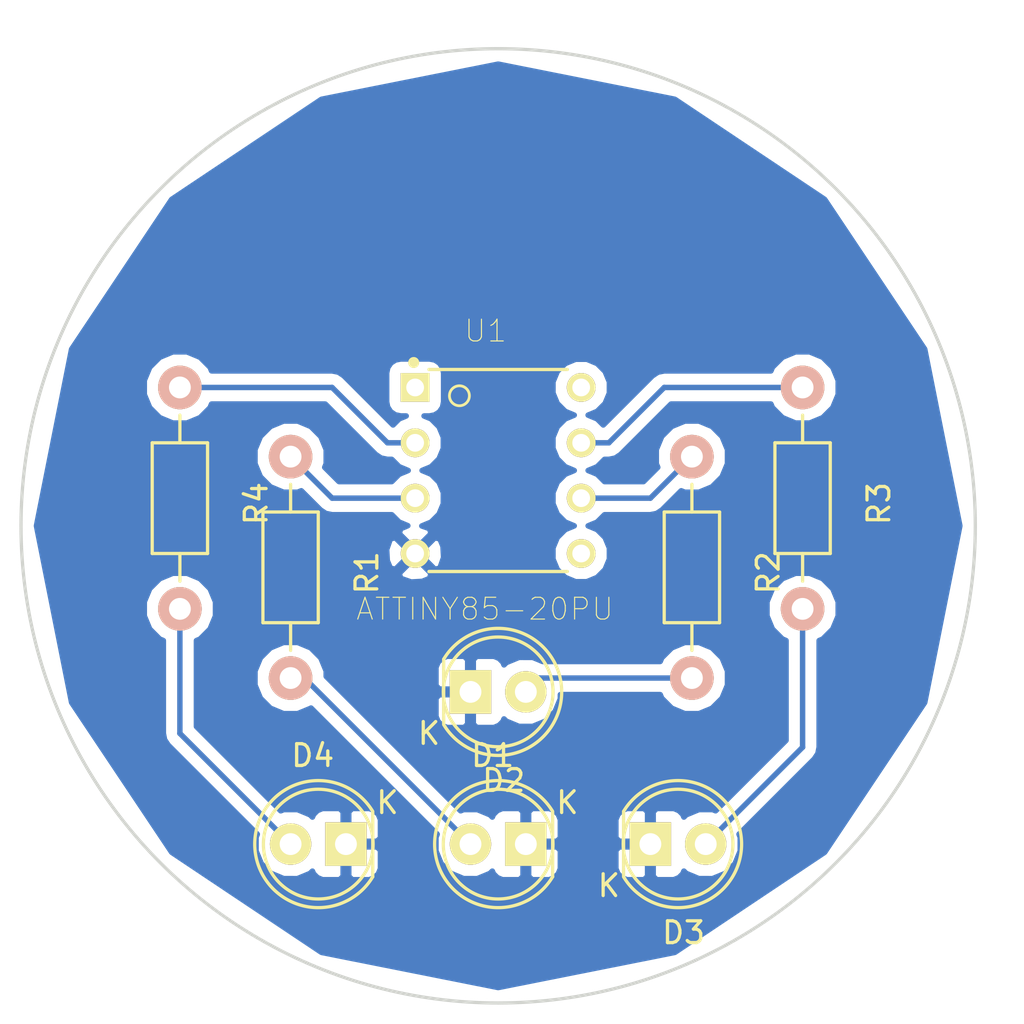
<source format=kicad_pcb>
(kicad_pcb (version 4) (host pcbnew 4.0.4+e1-6308~48~ubuntu15.10.1-stable)

  (general
    (links 12)
    (no_connects 0)
    (area 0 0 0 0)
    (thickness 1.6)
    (drawings 1)
    (tracks 18)
    (zones 0)
    (modules 9)
    (nets 13)
  )

  (page A4)
  (layers
    (0 F.Cu signal)
    (31 B.Cu signal)
    (32 B.Adhes user)
    (33 F.Adhes user)
    (34 B.Paste user)
    (35 F.Paste user)
    (36 B.SilkS user)
    (37 F.SilkS user)
    (38 B.Mask user)
    (39 F.Mask user)
    (40 Dwgs.User user)
    (41 Cmts.User user)
    (42 Eco1.User user)
    (43 Eco2.User user)
    (44 Edge.Cuts user)
    (45 Margin user)
    (46 B.CrtYd user)
    (47 F.CrtYd user)
    (48 B.Fab user)
    (49 F.Fab user)
  )

  (setup
    (last_trace_width 0.25)
    (trace_clearance 0.2)
    (zone_clearance 0.508)
    (zone_45_only yes)
    (trace_min 0.2)
    (segment_width 0.2)
    (edge_width 0.15)
    (via_size 0.6)
    (via_drill 0.4)
    (via_min_size 0.4)
    (via_min_drill 0.3)
    (uvia_size 0.3)
    (uvia_drill 0.1)
    (uvias_allowed no)
    (uvia_min_size 0.2)
    (uvia_min_drill 0.1)
    (pcb_text_width 0.3)
    (pcb_text_size 1.5 1.5)
    (mod_edge_width 0.15)
    (mod_text_size 1 1)
    (mod_text_width 0.15)
    (pad_size 1.524 1.524)
    (pad_drill 0.762)
    (pad_to_mask_clearance 0.2)
    (aux_axis_origin 0 0)
    (visible_elements FFFFFF7F)
    (pcbplotparams
      (layerselection 0x00030_80000001)
      (usegerberextensions false)
      (excludeedgelayer true)
      (linewidth 0.100000)
      (plotframeref false)
      (viasonmask false)
      (mode 1)
      (useauxorigin false)
      (hpglpennumber 1)
      (hpglpenspeed 20)
      (hpglpendiameter 15)
      (hpglpenoverlay 2)
      (psnegative false)
      (psa4output false)
      (plotreference true)
      (plotvalue true)
      (plotinvisibletext false)
      (padsonsilk false)
      (subtractmaskfromsilk false)
      (outputformat 1)
      (mirror false)
      (drillshape 1)
      (scaleselection 1)
      (outputdirectory ""))
  )

  (net 0 "")
  (net 1 GND)
  (net 2 "Net-(D1-Pad2)")
  (net 3 "Net-(D2-Pad2)")
  (net 4 "Net-(D3-Pad2)")
  (net 5 "Net-(D4-Pad2)")
  (net 6 "Net-(R1-Pad1)")
  (net 7 "Net-(R2-Pad1)")
  (net 8 "Net-(R3-Pad1)")
  (net 9 "Net-(R4-Pad1)")
  (net 10 VCC)
  (net 11 "Net-(U1-Pad1)")
  (net 12 "Net-(U1-Pad5)")

  (net_class Default "This is the default net class."
    (clearance 0.2)
    (trace_width 0.25)
    (via_dia 0.6)
    (via_drill 0.4)
    (uvia_dia 0.3)
    (uvia_drill 0.1)
    (add_net GND)
    (add_net "Net-(D1-Pad2)")
    (add_net "Net-(D2-Pad2)")
    (add_net "Net-(D3-Pad2)")
    (add_net "Net-(D4-Pad2)")
    (add_net "Net-(R1-Pad1)")
    (add_net "Net-(R2-Pad1)")
    (add_net "Net-(R3-Pad1)")
    (add_net "Net-(R4-Pad1)")
    (add_net "Net-(U1-Pad1)")
    (add_net "Net-(U1-Pad5)")
    (add_net VCC)
  )

  (module LEDs:LED-5MM (layer F.Cu) (tedit 5570F7EA) (tstamp 57F03148)
    (at 201.295 117.475 180)
    (descr "LED 5mm round vertical")
    (tags "LED 5mm round vertical")
    (path /57F02F3E)
    (fp_text reference D1 (at 1.524 4.064 180) (layer F.SilkS)
      (effects (font (size 1 1) (thickness 0.15)))
    )
    (fp_text value LED (at 1.524 -3.937 180) (layer F.Fab)
      (effects (font (size 1 1) (thickness 0.15)))
    )
    (fp_line (start -1.5 -1.55) (end -1.5 1.55) (layer F.CrtYd) (width 0.05))
    (fp_arc (start 1.3 0) (end -1.5 1.55) (angle -302) (layer F.CrtYd) (width 0.05))
    (fp_arc (start 1.27 0) (end -1.23 -1.5) (angle 297.5) (layer F.SilkS) (width 0.15))
    (fp_line (start -1.23 1.5) (end -1.23 -1.5) (layer F.SilkS) (width 0.15))
    (fp_circle (center 1.27 0) (end 0.97 -2.5) (layer F.SilkS) (width 0.15))
    (fp_text user K (at -1.905 1.905 180) (layer F.SilkS)
      (effects (font (size 1 1) (thickness 0.15)))
    )
    (pad 1 thru_hole rect (at 0 0 270) (size 2 1.9) (drill 1.00076) (layers *.Cu *.Mask F.SilkS)
      (net 1 GND))
    (pad 2 thru_hole circle (at 2.54 0 180) (size 1.9 1.9) (drill 1.00076) (layers *.Cu *.Mask F.SilkS)
      (net 2 "Net-(D1-Pad2)"))
    (model LEDs.3dshapes/LED-5MM.wrl
      (at (xyz 0.05 0 0))
      (scale (xyz 1 1 1))
      (rotate (xyz 0 0 90))
    )
  )

  (module LEDs:LED-5MM (layer F.Cu) (tedit 5570F7EA) (tstamp 57F03154)
    (at 198.755 110.49)
    (descr "LED 5mm round vertical")
    (tags "LED 5mm round vertical")
    (path /57F03983)
    (fp_text reference D2 (at 1.524 4.064) (layer F.SilkS)
      (effects (font (size 1 1) (thickness 0.15)))
    )
    (fp_text value LED (at 1.524 -3.937) (layer F.Fab)
      (effects (font (size 1 1) (thickness 0.15)))
    )
    (fp_line (start -1.5 -1.55) (end -1.5 1.55) (layer F.CrtYd) (width 0.05))
    (fp_arc (start 1.3 0) (end -1.5 1.55) (angle -302) (layer F.CrtYd) (width 0.05))
    (fp_arc (start 1.27 0) (end -1.23 -1.5) (angle 297.5) (layer F.SilkS) (width 0.15))
    (fp_line (start -1.23 1.5) (end -1.23 -1.5) (layer F.SilkS) (width 0.15))
    (fp_circle (center 1.27 0) (end 0.97 -2.5) (layer F.SilkS) (width 0.15))
    (fp_text user K (at -1.905 1.905) (layer F.SilkS)
      (effects (font (size 1 1) (thickness 0.15)))
    )
    (pad 1 thru_hole rect (at 0 0 90) (size 2 1.9) (drill 1.00076) (layers *.Cu *.Mask F.SilkS)
      (net 1 GND))
    (pad 2 thru_hole circle (at 2.54 0) (size 1.9 1.9) (drill 1.00076) (layers *.Cu *.Mask F.SilkS)
      (net 3 "Net-(D2-Pad2)"))
    (model LEDs.3dshapes/LED-5MM.wrl
      (at (xyz 0.05 0 0))
      (scale (xyz 1 1 1))
      (rotate (xyz 0 0 90))
    )
  )

  (module LEDs:LED-5MM (layer F.Cu) (tedit 5570F7EA) (tstamp 57F03160)
    (at 207.01 117.475)
    (descr "LED 5mm round vertical")
    (tags "LED 5mm round vertical")
    (path /57F039C9)
    (fp_text reference D3 (at 1.524 4.064) (layer F.SilkS)
      (effects (font (size 1 1) (thickness 0.15)))
    )
    (fp_text value LED (at 1.524 -3.937) (layer F.Fab)
      (effects (font (size 1 1) (thickness 0.15)))
    )
    (fp_line (start -1.5 -1.55) (end -1.5 1.55) (layer F.CrtYd) (width 0.05))
    (fp_arc (start 1.3 0) (end -1.5 1.55) (angle -302) (layer F.CrtYd) (width 0.05))
    (fp_arc (start 1.27 0) (end -1.23 -1.5) (angle 297.5) (layer F.SilkS) (width 0.15))
    (fp_line (start -1.23 1.5) (end -1.23 -1.5) (layer F.SilkS) (width 0.15))
    (fp_circle (center 1.27 0) (end 0.97 -2.5) (layer F.SilkS) (width 0.15))
    (fp_text user K (at -1.905 1.905) (layer F.SilkS)
      (effects (font (size 1 1) (thickness 0.15)))
    )
    (pad 1 thru_hole rect (at 0 0 90) (size 2 1.9) (drill 1.00076) (layers *.Cu *.Mask F.SilkS)
      (net 1 GND))
    (pad 2 thru_hole circle (at 2.54 0) (size 1.9 1.9) (drill 1.00076) (layers *.Cu *.Mask F.SilkS)
      (net 4 "Net-(D3-Pad2)"))
    (model LEDs.3dshapes/LED-5MM.wrl
      (at (xyz 0.05 0 0))
      (scale (xyz 1 1 1))
      (rotate (xyz 0 0 90))
    )
  )

  (module LEDs:LED-5MM (layer F.Cu) (tedit 5570F7EA) (tstamp 57F0316C)
    (at 193.04 117.475 180)
    (descr "LED 5mm round vertical")
    (tags "LED 5mm round vertical")
    (path /57F03A15)
    (fp_text reference D4 (at 1.524 4.064 180) (layer F.SilkS)
      (effects (font (size 1 1) (thickness 0.15)))
    )
    (fp_text value LED (at 1.524 -3.937 180) (layer F.Fab)
      (effects (font (size 1 1) (thickness 0.15)))
    )
    (fp_line (start -1.5 -1.55) (end -1.5 1.55) (layer F.CrtYd) (width 0.05))
    (fp_arc (start 1.3 0) (end -1.5 1.55) (angle -302) (layer F.CrtYd) (width 0.05))
    (fp_arc (start 1.27 0) (end -1.23 -1.5) (angle 297.5) (layer F.SilkS) (width 0.15))
    (fp_line (start -1.23 1.5) (end -1.23 -1.5) (layer F.SilkS) (width 0.15))
    (fp_circle (center 1.27 0) (end 0.97 -2.5) (layer F.SilkS) (width 0.15))
    (fp_text user K (at -1.905 1.905 180) (layer F.SilkS)
      (effects (font (size 1 1) (thickness 0.15)))
    )
    (pad 1 thru_hole rect (at 0 0 270) (size 2 1.9) (drill 1.00076) (layers *.Cu *.Mask F.SilkS)
      (net 1 GND))
    (pad 2 thru_hole circle (at 2.54 0 180) (size 1.9 1.9) (drill 1.00076) (layers *.Cu *.Mask F.SilkS)
      (net 5 "Net-(D4-Pad2)"))
    (model LEDs.3dshapes/LED-5MM.wrl
      (at (xyz 0.05 0 0))
      (scale (xyz 1 1 1))
      (rotate (xyz 0 0 90))
    )
  )

  (module Resistors_ThroughHole:Resistor_Horizontal_RM10mm (layer F.Cu) (tedit 56648415) (tstamp 57F0317D)
    (at 190.5 99.695 270)
    (descr "Resistor, Axial,  RM 10mm, 1/3W")
    (tags "Resistor Axial RM 10mm 1/3W")
    (path /57F03036)
    (fp_text reference R1 (at 5.32892 -3.50012 270) (layer F.SilkS)
      (effects (font (size 1 1) (thickness 0.15)))
    )
    (fp_text value 220 (at 5.08 3.81 270) (layer F.Fab)
      (effects (font (size 1 1) (thickness 0.15)))
    )
    (fp_line (start -1.25 -1.5) (end 11.4 -1.5) (layer F.CrtYd) (width 0.05))
    (fp_line (start -1.25 1.5) (end -1.25 -1.5) (layer F.CrtYd) (width 0.05))
    (fp_line (start 11.4 -1.5) (end 11.4 1.5) (layer F.CrtYd) (width 0.05))
    (fp_line (start -1.25 1.5) (end 11.4 1.5) (layer F.CrtYd) (width 0.05))
    (fp_line (start 2.54 -1.27) (end 7.62 -1.27) (layer F.SilkS) (width 0.15))
    (fp_line (start 7.62 -1.27) (end 7.62 1.27) (layer F.SilkS) (width 0.15))
    (fp_line (start 7.62 1.27) (end 2.54 1.27) (layer F.SilkS) (width 0.15))
    (fp_line (start 2.54 1.27) (end 2.54 -1.27) (layer F.SilkS) (width 0.15))
    (fp_line (start 2.54 0) (end 1.27 0) (layer F.SilkS) (width 0.15))
    (fp_line (start 7.62 0) (end 8.89 0) (layer F.SilkS) (width 0.15))
    (pad 1 thru_hole circle (at 0 0 270) (size 1.99898 1.99898) (drill 1.00076) (layers *.Cu *.SilkS *.Mask)
      (net 6 "Net-(R1-Pad1)"))
    (pad 2 thru_hole circle (at 10.16 0 270) (size 1.99898 1.99898) (drill 1.00076) (layers *.Cu *.SilkS *.Mask)
      (net 2 "Net-(D1-Pad2)"))
    (model Resistors_ThroughHole.3dshapes/Resistor_Horizontal_RM10mm.wrl
      (at (xyz 0.2 0 0))
      (scale (xyz 0.4 0.4 0.4))
      (rotate (xyz 0 0 0))
    )
  )

  (module Resistors_ThroughHole:Resistor_Horizontal_RM10mm (layer F.Cu) (tedit 56648415) (tstamp 57F0318E)
    (at 208.915 99.695 270)
    (descr "Resistor, Axial,  RM 10mm, 1/3W")
    (tags "Resistor Axial RM 10mm 1/3W")
    (path /57F03989)
    (fp_text reference R2 (at 5.32892 -3.50012 270) (layer F.SilkS)
      (effects (font (size 1 1) (thickness 0.15)))
    )
    (fp_text value 220 (at 5.08 3.81 270) (layer F.Fab)
      (effects (font (size 1 1) (thickness 0.15)))
    )
    (fp_line (start -1.25 -1.5) (end 11.4 -1.5) (layer F.CrtYd) (width 0.05))
    (fp_line (start -1.25 1.5) (end -1.25 -1.5) (layer F.CrtYd) (width 0.05))
    (fp_line (start 11.4 -1.5) (end 11.4 1.5) (layer F.CrtYd) (width 0.05))
    (fp_line (start -1.25 1.5) (end 11.4 1.5) (layer F.CrtYd) (width 0.05))
    (fp_line (start 2.54 -1.27) (end 7.62 -1.27) (layer F.SilkS) (width 0.15))
    (fp_line (start 7.62 -1.27) (end 7.62 1.27) (layer F.SilkS) (width 0.15))
    (fp_line (start 7.62 1.27) (end 2.54 1.27) (layer F.SilkS) (width 0.15))
    (fp_line (start 2.54 1.27) (end 2.54 -1.27) (layer F.SilkS) (width 0.15))
    (fp_line (start 2.54 0) (end 1.27 0) (layer F.SilkS) (width 0.15))
    (fp_line (start 7.62 0) (end 8.89 0) (layer F.SilkS) (width 0.15))
    (pad 1 thru_hole circle (at 0 0 270) (size 1.99898 1.99898) (drill 1.00076) (layers *.Cu *.SilkS *.Mask)
      (net 7 "Net-(R2-Pad1)"))
    (pad 2 thru_hole circle (at 10.16 0 270) (size 1.99898 1.99898) (drill 1.00076) (layers *.Cu *.SilkS *.Mask)
      (net 3 "Net-(D2-Pad2)"))
    (model Resistors_ThroughHole.3dshapes/Resistor_Horizontal_RM10mm.wrl
      (at (xyz 0.2 0 0))
      (scale (xyz 0.4 0.4 0.4))
      (rotate (xyz 0 0 0))
    )
  )

  (module Resistors_ThroughHole:Resistor_Horizontal_RM10mm (layer F.Cu) (tedit 56648415) (tstamp 57F0319F)
    (at 213.995 96.52 270)
    (descr "Resistor, Axial,  RM 10mm, 1/3W")
    (tags "Resistor Axial RM 10mm 1/3W")
    (path /57F039CF)
    (fp_text reference R3 (at 5.32892 -3.50012 270) (layer F.SilkS)
      (effects (font (size 1 1) (thickness 0.15)))
    )
    (fp_text value 220 (at 5.08 3.81 270) (layer F.Fab)
      (effects (font (size 1 1) (thickness 0.15)))
    )
    (fp_line (start -1.25 -1.5) (end 11.4 -1.5) (layer F.CrtYd) (width 0.05))
    (fp_line (start -1.25 1.5) (end -1.25 -1.5) (layer F.CrtYd) (width 0.05))
    (fp_line (start 11.4 -1.5) (end 11.4 1.5) (layer F.CrtYd) (width 0.05))
    (fp_line (start -1.25 1.5) (end 11.4 1.5) (layer F.CrtYd) (width 0.05))
    (fp_line (start 2.54 -1.27) (end 7.62 -1.27) (layer F.SilkS) (width 0.15))
    (fp_line (start 7.62 -1.27) (end 7.62 1.27) (layer F.SilkS) (width 0.15))
    (fp_line (start 7.62 1.27) (end 2.54 1.27) (layer F.SilkS) (width 0.15))
    (fp_line (start 2.54 1.27) (end 2.54 -1.27) (layer F.SilkS) (width 0.15))
    (fp_line (start 2.54 0) (end 1.27 0) (layer F.SilkS) (width 0.15))
    (fp_line (start 7.62 0) (end 8.89 0) (layer F.SilkS) (width 0.15))
    (pad 1 thru_hole circle (at 0 0 270) (size 1.99898 1.99898) (drill 1.00076) (layers *.Cu *.SilkS *.Mask)
      (net 8 "Net-(R3-Pad1)"))
    (pad 2 thru_hole circle (at 10.16 0 270) (size 1.99898 1.99898) (drill 1.00076) (layers *.Cu *.SilkS *.Mask)
      (net 4 "Net-(D3-Pad2)"))
    (model Resistors_ThroughHole.3dshapes/Resistor_Horizontal_RM10mm.wrl
      (at (xyz 0.2 0 0))
      (scale (xyz 0.4 0.4 0.4))
      (rotate (xyz 0 0 0))
    )
  )

  (module Resistors_ThroughHole:Resistor_Horizontal_RM10mm (layer F.Cu) (tedit 56648415) (tstamp 57F031B0)
    (at 185.42 96.52 270)
    (descr "Resistor, Axial,  RM 10mm, 1/3W")
    (tags "Resistor Axial RM 10mm 1/3W")
    (path /57F03A1B)
    (fp_text reference R4 (at 5.32892 -3.50012 270) (layer F.SilkS)
      (effects (font (size 1 1) (thickness 0.15)))
    )
    (fp_text value 220 (at 5.08 3.81 270) (layer F.Fab)
      (effects (font (size 1 1) (thickness 0.15)))
    )
    (fp_line (start -1.25 -1.5) (end 11.4 -1.5) (layer F.CrtYd) (width 0.05))
    (fp_line (start -1.25 1.5) (end -1.25 -1.5) (layer F.CrtYd) (width 0.05))
    (fp_line (start 11.4 -1.5) (end 11.4 1.5) (layer F.CrtYd) (width 0.05))
    (fp_line (start -1.25 1.5) (end 11.4 1.5) (layer F.CrtYd) (width 0.05))
    (fp_line (start 2.54 -1.27) (end 7.62 -1.27) (layer F.SilkS) (width 0.15))
    (fp_line (start 7.62 -1.27) (end 7.62 1.27) (layer F.SilkS) (width 0.15))
    (fp_line (start 7.62 1.27) (end 2.54 1.27) (layer F.SilkS) (width 0.15))
    (fp_line (start 2.54 1.27) (end 2.54 -1.27) (layer F.SilkS) (width 0.15))
    (fp_line (start 2.54 0) (end 1.27 0) (layer F.SilkS) (width 0.15))
    (fp_line (start 7.62 0) (end 8.89 0) (layer F.SilkS) (width 0.15))
    (pad 1 thru_hole circle (at 0 0 270) (size 1.99898 1.99898) (drill 1.00076) (layers *.Cu *.SilkS *.Mask)
      (net 9 "Net-(R4-Pad1)"))
    (pad 2 thru_hole circle (at 10.16 0 270) (size 1.99898 1.99898) (drill 1.00076) (layers *.Cu *.SilkS *.Mask)
      (net 5 "Net-(D4-Pad2)"))
    (model Resistors_ThroughHole.3dshapes/Resistor_Horizontal_RM10mm.wrl
      (at (xyz 0.2 0 0))
      (scale (xyz 0.4 0.4 0.4))
      (rotate (xyz 0 0 0))
    )
  )

  (module ATTINY85-20PU:DIP762W46P254L927H533Q8B (layer F.Cu) (tedit 0) (tstamp 57F046A6)
    (at 200.025 100.33)
    (path /57F04FFE)
    (solder_mask_margin 0.1)
    (fp_text reference U1 (at -0.576 -6.404) (layer F.SilkS)
      (effects (font (size 1 1) (thickness 0.05)))
    )
    (fp_text value ATTINY85-20PU (at -0.611 6.358) (layer F.SilkS)
      (effects (font (size 1 1) (thickness 0.05)))
    )
    (fp_line (start 3.175 4.635) (end 3.175 -4.635) (layer Dwgs.User) (width 0.1524))
    (fp_line (start -3.175 -4.635) (end -3.175 4.635) (layer Dwgs.User) (width 0.1524))
    (fp_line (start 3.175 4.635) (end -3.175 4.635) (layer F.SilkS) (width 0.1524))
    (fp_line (start -3.175 -4.635) (end 3.175 -4.635) (layer F.SilkS) (width 0.1524))
    (fp_circle (center -3.876 -4.954) (end -3.622 -4.954) (layer F.SilkS) (width 0))
    (fp_line (start -5 -5) (end 5 -5) (layer Dwgs.User) (width 0.127))
    (fp_line (start 5 -5) (end 5 5) (layer Dwgs.User) (width 0.127))
    (fp_line (start 5 5) (end -5 5) (layer Dwgs.User) (width 0.127))
    (fp_line (start -5 5) (end -5 -5) (layer Dwgs.User) (width 0.127))
    (fp_circle (center -1.778 -3.429) (end -1.3201 -3.429) (layer F.SilkS) (width 0.127))
    (pad 1 thru_hole rect (at -3.81 -3.81) (size 1.3208 1.3208) (drill 0.8128) (layers *.Cu *.Mask F.SilkS)
      (net 11 "Net-(U1-Pad1)") (solder_mask_margin 0.2))
    (pad 2 thru_hole circle (at -3.81 -1.27) (size 1.3208 1.3208) (drill 0.8128) (layers *.Cu *.Mask F.SilkS)
      (net 9 "Net-(R4-Pad1)") (solder_mask_margin 0.2))
    (pad 7 thru_hole circle (at 3.81 -1.27) (size 1.3208 1.3208) (drill 0.8128) (layers *.Cu *.Mask F.SilkS)
      (net 8 "Net-(R3-Pad1)") (solder_mask_margin 0.2))
    (pad 8 thru_hole circle (at 3.81 -3.81) (size 1.3208 1.3208) (drill 0.8128) (layers *.Cu *.Mask F.SilkS)
      (net 10 VCC) (solder_mask_margin 0.2))
    (pad 3 thru_hole circle (at -3.81 1.27) (size 1.3208 1.3208) (drill 0.8128) (layers *.Cu *.Mask F.SilkS)
      (net 6 "Net-(R1-Pad1)") (solder_mask_margin 0.2))
    (pad 4 thru_hole circle (at -3.81 3.81) (size 1.3208 1.3208) (drill 0.8128) (layers *.Cu *.Mask F.SilkS)
      (net 1 GND) (solder_mask_margin 0.2))
    (pad 6 thru_hole circle (at 3.81 1.27) (size 1.3208 1.3208) (drill 0.8128) (layers *.Cu *.Mask F.SilkS)
      (net 7 "Net-(R2-Pad1)") (solder_mask_margin 0.2))
    (pad 5 thru_hole circle (at 3.81 3.81) (size 1.3208 1.3208) (drill 0.8128) (layers *.Cu *.Mask F.SilkS)
      (net 12 "Net-(U1-Pad5)") (solder_mask_margin 0.2))
  )

  (gr_circle (center 200.025 102.87) (end 210.82 83.82) (layer Edge.Cuts) (width 0.15))

  (segment (start 190.5 109.855) (end 191.135 109.855) (width 0.25) (layer B.Cu) (net 2))
  (segment (start 191.135 109.855) (end 198.755 117.475) (width 0.25) (layer B.Cu) (net 2) (tstamp 57F049B2))
  (segment (start 208.915 109.855) (end 201.93 109.855) (width 0.25) (layer B.Cu) (net 3))
  (segment (start 201.93 109.855) (end 201.295 110.49) (width 0.25) (layer B.Cu) (net 3) (tstamp 57F04A11))
  (segment (start 213.995 106.68) (end 213.995 113.03) (width 0.25) (layer B.Cu) (net 4))
  (segment (start 213.995 113.03) (end 209.55 117.475) (width 0.25) (layer B.Cu) (net 4) (tstamp 57F04A16))
  (segment (start 185.42 106.68) (end 185.42 112.395) (width 0.25) (layer B.Cu) (net 5))
  (segment (start 185.42 112.395) (end 190.5 117.475) (width 0.25) (layer B.Cu) (net 5) (tstamp 57F04A1C))
  (segment (start 196.215 101.6) (end 192.405 101.6) (width 0.25) (layer B.Cu) (net 6))
  (segment (start 192.405 101.6) (end 190.5 99.695) (width 0.25) (layer B.Cu) (net 6) (tstamp 57F049A9))
  (segment (start 203.835 101.6) (end 207.01 101.6) (width 0.25) (layer B.Cu) (net 7))
  (segment (start 207.01 101.6) (end 208.915 99.695) (width 0.25) (layer B.Cu) (net 7) (tstamp 57F049B5))
  (segment (start 203.835 99.06) (end 205.105 99.06) (width 0.25) (layer B.Cu) (net 8))
  (segment (start 207.645 96.52) (end 213.995 96.52) (width 0.25) (layer B.Cu) (net 8) (tstamp 57F049C3))
  (segment (start 205.105 99.06) (end 207.645 96.52) (width 0.25) (layer B.Cu) (net 8) (tstamp 57F049B9))
  (segment (start 196.215 99.06) (end 194.945 99.06) (width 0.25) (layer B.Cu) (net 9))
  (segment (start 192.405 96.52) (end 185.42 96.52) (width 0.25) (layer B.Cu) (net 9) (tstamp 57F04A0D))
  (segment (start 194.945 99.06) (end 192.405 96.52) (width 0.25) (layer B.Cu) (net 9) (tstamp 57F04A06))

  (zone (net 1) (net_name GND) (layer B.Cu) (tstamp 57F04B4C) (hatch edge 0.508)
    (connect_pads (clearance 0.508))
    (min_thickness 0.254)
    (fill yes (arc_segments 16) (thermal_gap 0.508) (thermal_bridge_width 0.508))
    (polygon
      (pts
        (xy 177.165 78.74) (xy 224.155 78.74) (xy 224.155 125.73) (xy 177.165 125.73) (xy 177.165 118.745)
      )
    )
    (filled_polygon
      (pts
        (xy 208.132529 83.296695) (xy 215.005759 87.889241) (xy 219.598305 94.762471) (xy 221.210993 102.87) (xy 219.598305 110.977529)
        (xy 215.005759 117.850759) (xy 208.132529 122.443305) (xy 200.025 124.055993) (xy 191.917471 122.443305) (xy 185.044241 117.850759)
        (xy 180.451695 110.977529) (xy 179.66125 107.003694) (xy 183.785226 107.003694) (xy 184.033538 107.604655) (xy 184.492927 108.064846)
        (xy 184.66 108.134221) (xy 184.66 112.395) (xy 184.717852 112.685839) (xy 184.882599 112.932401) (xy 188.97198 117.021782)
        (xy 188.915276 117.158341) (xy 188.914725 117.788893) (xy 189.155519 118.371657) (xy 189.600997 118.817914) (xy 190.183341 119.059724)
        (xy 190.813893 119.060275) (xy 191.396657 118.819481) (xy 191.501867 118.714455) (xy 191.551673 118.834698) (xy 191.730301 119.013327)
        (xy 191.96369 119.11) (xy 192.75425 119.11) (xy 192.913 118.95125) (xy 192.913 117.602) (xy 193.167 117.602)
        (xy 193.167 118.95125) (xy 193.32575 119.11) (xy 194.11631 119.11) (xy 194.349699 119.013327) (xy 194.528327 118.834698)
        (xy 194.625 118.601309) (xy 194.625 117.76075) (xy 194.46625 117.602) (xy 193.167 117.602) (xy 192.913 117.602)
        (xy 192.893 117.602) (xy 192.893 117.348) (xy 192.913 117.348) (xy 192.913 115.99875) (xy 193.167 115.99875)
        (xy 193.167 117.348) (xy 194.46625 117.348) (xy 194.625 117.18925) (xy 194.625 116.348691) (xy 194.528327 116.115302)
        (xy 194.349699 115.936673) (xy 194.11631 115.84) (xy 193.32575 115.84) (xy 193.167 115.99875) (xy 192.913 115.99875)
        (xy 192.75425 115.84) (xy 191.96369 115.84) (xy 191.730301 115.936673) (xy 191.551673 116.115302) (xy 191.501988 116.235251)
        (xy 191.399003 116.132086) (xy 190.816659 115.890276) (xy 190.186107 115.889725) (xy 190.047004 115.947202) (xy 186.18 112.080198)
        (xy 186.18 110.178694) (xy 188.865226 110.178694) (xy 189.113538 110.779655) (xy 189.572927 111.239846) (xy 190.173453 111.489206)
        (xy 190.823694 111.489774) (xy 191.424655 111.241462) (xy 191.435667 111.230469) (xy 197.22698 117.021782) (xy 197.170276 117.158341)
        (xy 197.169725 117.788893) (xy 197.410519 118.371657) (xy 197.855997 118.817914) (xy 198.438341 119.059724) (xy 199.068893 119.060275)
        (xy 199.651657 118.819481) (xy 199.756867 118.714455) (xy 199.806673 118.834698) (xy 199.985301 119.013327) (xy 200.21869 119.11)
        (xy 201.00925 119.11) (xy 201.168 118.95125) (xy 201.168 117.602) (xy 201.422 117.602) (xy 201.422 118.95125)
        (xy 201.58075 119.11) (xy 202.37131 119.11) (xy 202.604699 119.013327) (xy 202.783327 118.834698) (xy 202.88 118.601309)
        (xy 202.88 117.76075) (xy 205.425 117.76075) (xy 205.425 118.601309) (xy 205.521673 118.834698) (xy 205.700301 119.013327)
        (xy 205.93369 119.11) (xy 206.72425 119.11) (xy 206.883 118.95125) (xy 206.883 117.602) (xy 205.58375 117.602)
        (xy 205.425 117.76075) (xy 202.88 117.76075) (xy 202.72125 117.602) (xy 201.422 117.602) (xy 201.168 117.602)
        (xy 201.148 117.602) (xy 201.148 117.348) (xy 201.168 117.348) (xy 201.168 115.99875) (xy 201.422 115.99875)
        (xy 201.422 117.348) (xy 202.72125 117.348) (xy 202.88 117.18925) (xy 202.88 116.348691) (xy 205.425 116.348691)
        (xy 205.425 117.18925) (xy 205.58375 117.348) (xy 206.883 117.348) (xy 206.883 115.99875) (xy 207.137 115.99875)
        (xy 207.137 117.348) (xy 207.157 117.348) (xy 207.157 117.602) (xy 207.137 117.602) (xy 207.137 118.95125)
        (xy 207.29575 119.11) (xy 208.08631 119.11) (xy 208.319699 119.013327) (xy 208.498327 118.834698) (xy 208.548012 118.714749)
        (xy 208.650997 118.817914) (xy 209.233341 119.059724) (xy 209.863893 119.060275) (xy 210.446657 118.819481) (xy 210.892914 118.374003)
        (xy 211.134724 117.791659) (xy 211.135275 117.161107) (xy 211.077798 117.022004) (xy 214.532401 113.567401) (xy 214.697148 113.32084)
        (xy 214.755 113.03) (xy 214.755 108.134496) (xy 214.919655 108.066462) (xy 215.379846 107.607073) (xy 215.629206 107.006547)
        (xy 215.629774 106.356306) (xy 215.381462 105.755345) (xy 214.922073 105.295154) (xy 214.321547 105.045794) (xy 213.671306 105.045226)
        (xy 213.070345 105.293538) (xy 212.610154 105.752927) (xy 212.360794 106.353453) (xy 212.360226 107.003694) (xy 212.608538 107.604655)
        (xy 213.067927 108.064846) (xy 213.235 108.134221) (xy 213.235 112.715198) (xy 210.003218 115.94698) (xy 209.866659 115.890276)
        (xy 209.236107 115.889725) (xy 208.653343 116.130519) (xy 208.548133 116.235545) (xy 208.498327 116.115302) (xy 208.319699 115.936673)
        (xy 208.08631 115.84) (xy 207.29575 115.84) (xy 207.137 115.99875) (xy 206.883 115.99875) (xy 206.72425 115.84)
        (xy 205.93369 115.84) (xy 205.700301 115.936673) (xy 205.521673 116.115302) (xy 205.425 116.348691) (xy 202.88 116.348691)
        (xy 202.783327 116.115302) (xy 202.604699 115.936673) (xy 202.37131 115.84) (xy 201.58075 115.84) (xy 201.422 115.99875)
        (xy 201.168 115.99875) (xy 201.00925 115.84) (xy 200.21869 115.84) (xy 199.985301 115.936673) (xy 199.806673 116.115302)
        (xy 199.756988 116.235251) (xy 199.654003 116.132086) (xy 199.071659 115.890276) (xy 198.441107 115.889725) (xy 198.302004 115.947202)
        (xy 193.130552 110.77575) (xy 197.17 110.77575) (xy 197.17 111.616309) (xy 197.266673 111.849698) (xy 197.445301 112.028327)
        (xy 197.67869 112.125) (xy 198.46925 112.125) (xy 198.628 111.96625) (xy 198.628 110.617) (xy 197.32875 110.617)
        (xy 197.17 110.77575) (xy 193.130552 110.77575) (xy 192.134557 109.779755) (xy 192.134774 109.531306) (xy 192.065517 109.363691)
        (xy 197.17 109.363691) (xy 197.17 110.20425) (xy 197.32875 110.363) (xy 198.628 110.363) (xy 198.628 109.01375)
        (xy 198.882 109.01375) (xy 198.882 110.363) (xy 198.902 110.363) (xy 198.902 110.617) (xy 198.882 110.617)
        (xy 198.882 111.96625) (xy 199.04075 112.125) (xy 199.83131 112.125) (xy 200.064699 112.028327) (xy 200.243327 111.849698)
        (xy 200.293012 111.729749) (xy 200.395997 111.832914) (xy 200.978341 112.074724) (xy 201.608893 112.075275) (xy 202.191657 111.834481)
        (xy 202.637914 111.389003) (xy 202.879724 110.806659) (xy 202.879891 110.615) (xy 207.460504 110.615) (xy 207.528538 110.779655)
        (xy 207.987927 111.239846) (xy 208.588453 111.489206) (xy 209.238694 111.489774) (xy 209.839655 111.241462) (xy 210.299846 110.782073)
        (xy 210.549206 110.181547) (xy 210.549774 109.531306) (xy 210.301462 108.930345) (xy 209.842073 108.470154) (xy 209.241547 108.220794)
        (xy 208.591306 108.220226) (xy 207.990345 108.468538) (xy 207.530154 108.927927) (xy 207.460779 109.095) (xy 202.068566 109.095)
        (xy 201.611659 108.905276) (xy 200.981107 108.904725) (xy 200.398343 109.145519) (xy 200.293133 109.250545) (xy 200.243327 109.130302)
        (xy 200.064699 108.951673) (xy 199.83131 108.855) (xy 199.04075 108.855) (xy 198.882 109.01375) (xy 198.628 109.01375)
        (xy 198.46925 108.855) (xy 197.67869 108.855) (xy 197.445301 108.951673) (xy 197.266673 109.130302) (xy 197.17 109.363691)
        (xy 192.065517 109.363691) (xy 191.886462 108.930345) (xy 191.427073 108.470154) (xy 190.826547 108.220794) (xy 190.176306 108.220226)
        (xy 189.575345 108.468538) (xy 189.115154 108.927927) (xy 188.865794 109.528453) (xy 188.865226 110.178694) (xy 186.18 110.178694)
        (xy 186.18 108.134496) (xy 186.344655 108.066462) (xy 186.804846 107.607073) (xy 187.054206 107.006547) (xy 187.054774 106.356306)
        (xy 186.806462 105.755345) (xy 186.347073 105.295154) (xy 185.748387 105.046558) (xy 195.488047 105.046558) (xy 195.545009 105.278229)
        (xy 196.03159 105.447981) (xy 196.546094 105.418605) (xy 196.884991 105.278229) (xy 196.941953 105.046558) (xy 196.215 104.319605)
        (xy 195.488047 105.046558) (xy 185.748387 105.046558) (xy 185.746547 105.045794) (xy 185.096306 105.045226) (xy 184.495345 105.293538)
        (xy 184.035154 105.752927) (xy 183.785794 106.353453) (xy 183.785226 107.003694) (xy 179.66125 107.003694) (xy 179.055144 103.95659)
        (xy 194.907019 103.95659) (xy 194.936395 104.471094) (xy 195.076771 104.809991) (xy 195.308442 104.866953) (xy 196.035395 104.14)
        (xy 196.394605 104.14) (xy 197.121558 104.866953) (xy 197.353229 104.809991) (xy 197.522981 104.32341) (xy 197.493605 103.808906)
        (xy 197.353229 103.470009) (xy 197.121558 103.413047) (xy 196.394605 104.14) (xy 196.035395 104.14) (xy 195.308442 103.413047)
        (xy 195.076771 103.470009) (xy 194.907019 103.95659) (xy 179.055144 103.95659) (xy 178.839007 102.87) (xy 180.037713 96.843694)
        (xy 183.785226 96.843694) (xy 184.033538 97.444655) (xy 184.492927 97.904846) (xy 185.093453 98.154206) (xy 185.743694 98.154774)
        (xy 186.344655 97.906462) (xy 186.804846 97.447073) (xy 186.874221 97.28) (xy 192.090198 97.28) (xy 194.407599 99.597401)
        (xy 194.65416 99.762148) (xy 194.702414 99.771746) (xy 194.945 99.82) (xy 195.1433 99.82) (xy 195.480257 100.157546)
        (xy 195.896008 100.330181) (xy 195.482174 100.501173) (xy 195.142755 100.84) (xy 192.719802 100.84) (xy 192.065885 100.186083)
        (xy 192.134206 100.021547) (xy 192.134774 99.371306) (xy 191.886462 98.770345) (xy 191.427073 98.310154) (xy 190.826547 98.060794)
        (xy 190.176306 98.060226) (xy 189.575345 98.308538) (xy 189.115154 98.767927) (xy 188.865794 99.368453) (xy 188.865226 100.018694)
        (xy 189.113538 100.619655) (xy 189.572927 101.079846) (xy 190.173453 101.329206) (xy 190.823694 101.329774) (xy 190.990889 101.260691)
        (xy 191.867599 102.137401) (xy 192.114161 102.302148) (xy 192.405 102.36) (xy 195.1433 102.36) (xy 195.480257 102.697546)
        (xy 195.879372 102.863273) (xy 195.545009 103.001771) (xy 195.488047 103.233442) (xy 196.215 103.960395) (xy 196.941953 103.233442)
        (xy 196.884991 103.001771) (xy 196.521526 102.87497) (xy 196.947826 102.698827) (xy 197.312546 102.334743) (xy 197.510174 101.858801)
        (xy 197.510624 101.34346) (xy 197.313827 100.867174) (xy 196.949743 100.502454) (xy 196.533992 100.329819) (xy 196.947826 100.158827)
        (xy 197.312546 99.794743) (xy 197.510174 99.318801) (xy 197.510624 98.80346) (xy 197.313827 98.327174) (xy 196.949743 97.962454)
        (xy 196.625556 97.82784) (xy 196.8754 97.82784) (xy 197.110717 97.783562) (xy 197.326841 97.64449) (xy 197.471831 97.43229)
        (xy 197.52284 97.1804) (xy 197.52284 96.77654) (xy 202.539376 96.77654) (xy 202.736173 97.252826) (xy 203.100257 97.617546)
        (xy 203.516008 97.790181) (xy 203.102174 97.961173) (xy 202.737454 98.325257) (xy 202.539826 98.801199) (xy 202.539376 99.31654)
        (xy 202.736173 99.792826) (xy 203.100257 100.157546) (xy 203.516008 100.330181) (xy 203.102174 100.501173) (xy 202.737454 100.865257)
        (xy 202.539826 101.341199) (xy 202.539376 101.85654) (xy 202.736173 102.332826) (xy 203.100257 102.697546) (xy 203.516008 102.870181)
        (xy 203.102174 103.041173) (xy 202.737454 103.405257) (xy 202.539826 103.881199) (xy 202.539376 104.39654) (xy 202.736173 104.872826)
        (xy 203.100257 105.237546) (xy 203.576199 105.435174) (xy 204.09154 105.435624) (xy 204.567826 105.238827) (xy 204.932546 104.874743)
        (xy 205.130174 104.398801) (xy 205.130624 103.88346) (xy 204.933827 103.407174) (xy 204.569743 103.042454) (xy 204.153992 102.869819)
        (xy 204.567826 102.698827) (xy 204.907245 102.36) (xy 207.01 102.36) (xy 207.300839 102.302148) (xy 207.547401 102.137401)
        (xy 208.423917 101.260885) (xy 208.588453 101.329206) (xy 209.238694 101.329774) (xy 209.839655 101.081462) (xy 210.299846 100.622073)
        (xy 210.549206 100.021547) (xy 210.549774 99.371306) (xy 210.301462 98.770345) (xy 209.842073 98.310154) (xy 209.241547 98.060794)
        (xy 208.591306 98.060226) (xy 207.990345 98.308538) (xy 207.530154 98.767927) (xy 207.280794 99.368453) (xy 207.280226 100.018694)
        (xy 207.349309 100.185889) (xy 206.695198 100.84) (xy 204.9067 100.84) (xy 204.569743 100.502454) (xy 204.153992 100.329819)
        (xy 204.567826 100.158827) (xy 204.907245 99.82) (xy 205.105 99.82) (xy 205.395839 99.762148) (xy 205.642401 99.597401)
        (xy 207.959802 97.28) (xy 212.540504 97.28) (xy 212.608538 97.444655) (xy 213.067927 97.904846) (xy 213.668453 98.154206)
        (xy 214.318694 98.154774) (xy 214.919655 97.906462) (xy 215.379846 97.447073) (xy 215.629206 96.846547) (xy 215.629774 96.196306)
        (xy 215.381462 95.595345) (xy 214.922073 95.135154) (xy 214.321547 94.885794) (xy 213.671306 94.885226) (xy 213.070345 95.133538)
        (xy 212.610154 95.592927) (xy 212.540779 95.76) (xy 207.645 95.76) (xy 207.402414 95.808254) (xy 207.35416 95.817852)
        (xy 207.107599 95.982599) (xy 204.8485 98.241698) (xy 204.569743 97.962454) (xy 204.153992 97.789819) (xy 204.567826 97.618827)
        (xy 204.932546 97.254743) (xy 205.130174 96.778801) (xy 205.130624 96.26346) (xy 204.933827 95.787174) (xy 204.569743 95.422454)
        (xy 204.093801 95.224826) (xy 203.57846 95.224376) (xy 203.102174 95.421173) (xy 202.737454 95.785257) (xy 202.539826 96.261199)
        (xy 202.539376 96.77654) (xy 197.52284 96.77654) (xy 197.52284 95.8596) (xy 197.478562 95.624283) (xy 197.33949 95.408159)
        (xy 197.12729 95.263169) (xy 196.8754 95.21216) (xy 195.5546 95.21216) (xy 195.319283 95.256438) (xy 195.103159 95.39551)
        (xy 194.958169 95.60771) (xy 194.90716 95.8596) (xy 194.90716 97.1804) (xy 194.951438 97.415717) (xy 195.09051 97.631841)
        (xy 195.30271 97.776831) (xy 195.5546 97.82784) (xy 195.804865 97.82784) (xy 195.482174 97.961173) (xy 195.20133 98.241528)
        (xy 192.942401 95.982599) (xy 192.695839 95.817852) (xy 192.405 95.76) (xy 186.874496 95.76) (xy 186.806462 95.595345)
        (xy 186.347073 95.135154) (xy 185.746547 94.885794) (xy 185.096306 94.885226) (xy 184.495345 95.133538) (xy 184.035154 95.592927)
        (xy 183.785794 96.193453) (xy 183.785226 96.843694) (xy 180.037713 96.843694) (xy 180.451695 94.762471) (xy 185.044241 87.889241)
        (xy 191.917471 83.296695) (xy 200.025 81.684007)
      )
    )
  )
)

</source>
